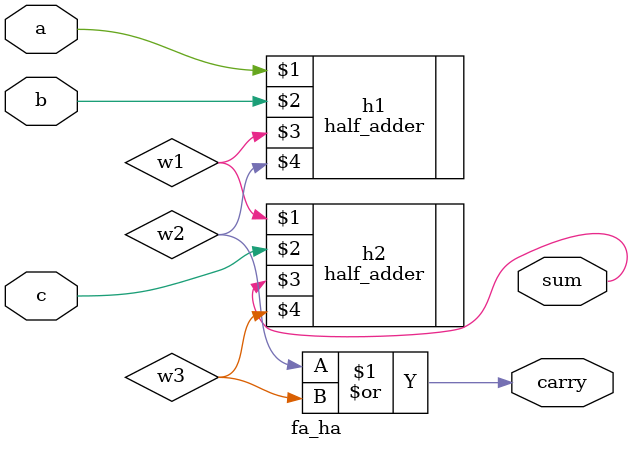
<source format=v>
`timescale 1ns / 1ps


module fa_ha(a,b,c,sum,carry);
    input a,b,c;
    output sum,carry;
    wire w1,w2,w3;
    
    
    half_adder h1(a,b,w1,w2);
    half_adder h2(w1,c,sum,w3);
    
    assign carry = (w2|w3);
endmodule

</source>
